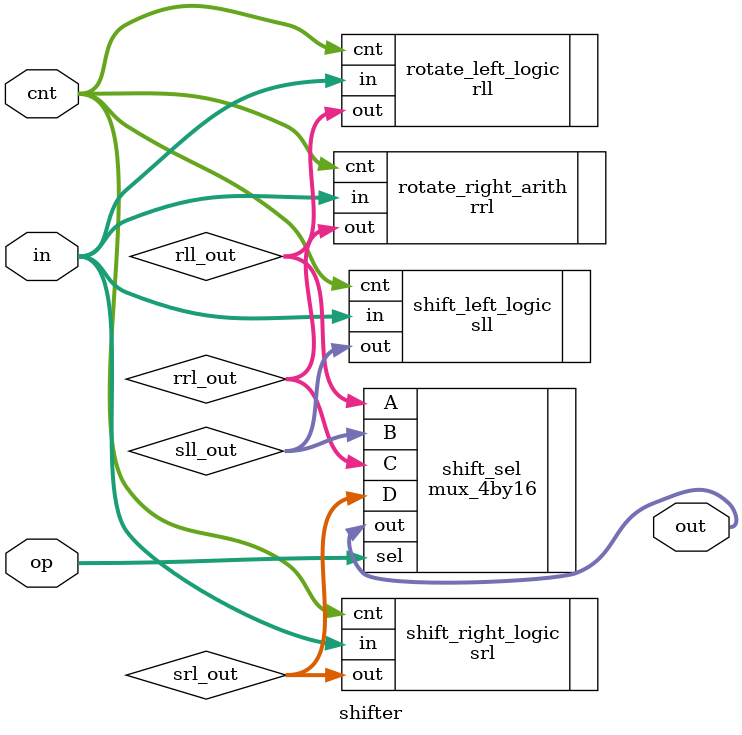
<source format=v>
module shifter(in, cnt, op, out);
	input [15:0]in;
	input [3:0]cnt;
	input [1:0]op;
	output [15:0]out;
	
    wire [15:0] l_rot;
    wire [15:0] l_shift;
    wire [15:0] r_arith;
    wire [15:0] r_logic;
	wire [15:0] rll_out;
	wire [15:0] sll_out;
	wire [15:0] rrl_out;
	wire [15:0] srl_out;
	
	sll shift_left_logic (.in(in[15:0]), .cnt(cnt[3:0]), .out(sll_out[15:0]));
	srl shift_right_logic (.in(in[15:0]), .cnt(cnt[3:0]), .out(srl_out[15:0]));
	rll rotate_left_logic (.in(in[15:0]), .cnt(cnt[3:0]), .out(rll_out[15:0]));
	rrl rotate_right_arith (.in(in[15:0]), .cnt(cnt[3:0]), .out(rrl_out[15:0]));
	
	mux_4by16 shift_sel (.A(rll_out[15:0]), 
	                     .B(sll_out[15:0]), 
	                     .C(rrl_out[15:0]), 
	                     .D(srl_out[15:0]), 
	                     .sel(op[1:0]), 
	                     .out(out[15:0]));
	
endmodule

</source>
